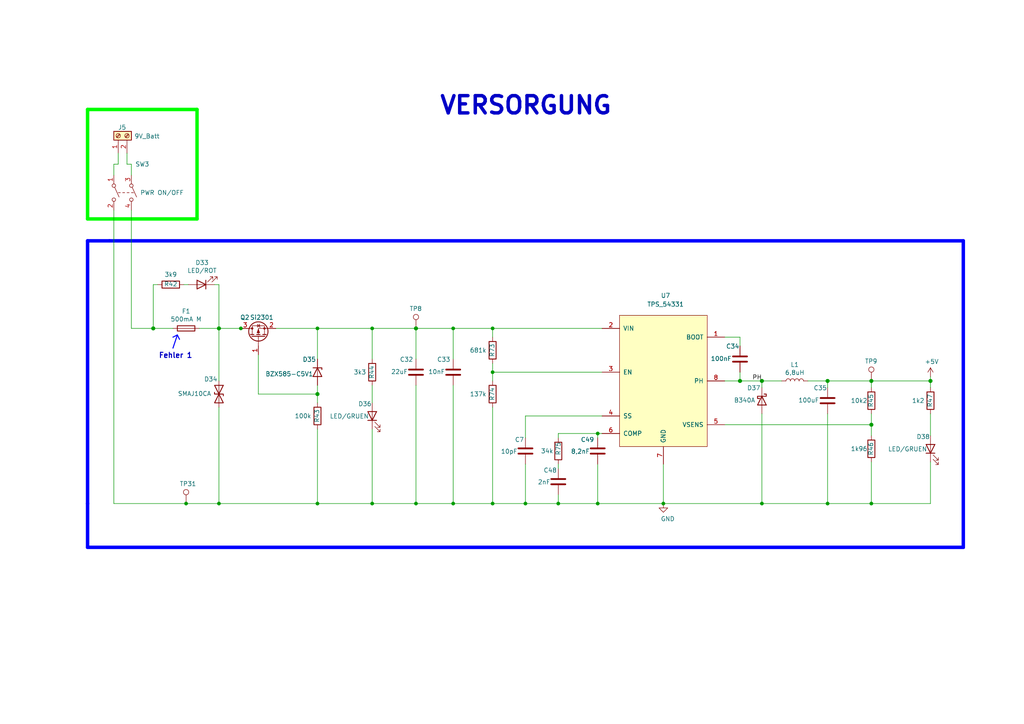
<source format=kicad_sch>
(kicad_sch (version 20210126) (generator eeschema)
  (paper "A4")
  (title_block (title "Kabeltester") (company "BMK Group") (comment 1 "Erstellt: Maximilian Hoffmann") (comment 2 "Geprüft: Robert Schulz"))
  (lib_symbols
    (symbol "Connector:TestPoint" (pin_numbers hide) (pin_names (offset 0.762) hide)
      (property "Reference" "TP" (at 0 6.858 0))
      (property "Value" "TestPoint" (at 0 5.08 0))
      (symbol "TestPoint_0_1"
        (circle (center 0 3.302) (radius 0.762))
      )
      (symbol "TestPoint_1_1"
        (pin passive line (at 0 0 90) (length 2.54) (name "1") (number "1"))
      )
    )
    (symbol "Connector_-_Kopie:Screw_Terminal_01x02" (pin_names (offset 1.016) hide)
      (property "Reference" "J" (at 0 2.54 0))
      (property "Value" "Screw_Terminal_01x02" (at 0 -5.08 0))
      (symbol "Screw_Terminal_01x02_1_1"
        (circle (center 0 -2.54) (radius 0.635) (stroke (width 0.1524)))
        (circle (center 0 0) (radius 0.635) (stroke (width 0.1524)))
        (rectangle (start -1.27 1.27) (end 1.27 -3.81) (stroke (width 0.254)) (fill (type background)))
        (polyline (pts (xy -0.5334 -2.2098) (xy 0.3302 -3.048)) (stroke (width 0.1524)))
        (polyline (pts (xy -0.5334 0.3302) (xy 0.3302 -0.508)) (stroke (width 0.1524)))
        (polyline (pts (xy -0.3556 -2.032) (xy 0.508 -2.8702)) (stroke (width 0.1524)))
        (polyline (pts (xy -0.3556 0.508) (xy 0.508 -0.3302)) (stroke (width 0.1524)))
        (pin passive line (at -5.08 0 0) (length 3.81) (name "Pin_1") (number "1"))
        (pin passive line (at -5.08 -2.54 0) (length 3.81) (name "Pin_2") (number "2"))
      )
    )
    (symbol "Device:C" (pin_numbers hide) (pin_names (offset 0.254))
      (property "Reference" "C" (at 0.635 2.54 0))
      (property "Value" "C" (at 0.635 -2.54 0))
      (symbol "C_0_1"
        (polyline (pts (xy -2.032 -0.762) (xy 2.032 -0.762)) (stroke (width 0.508)))
        (polyline (pts (xy -2.032 0.762) (xy 2.032 0.762)) (stroke (width 0.508)))
      )
      (symbol "C_1_1"
        (pin passive line (at 0 3.81 270) (length 2.794) (name "~") (number "1"))
        (pin passive line (at 0 -3.81 90) (length 2.794) (name "~") (number "2"))
      )
    )
    (symbol "Device:C_1" (pin_numbers hide) (pin_names (offset 0.254))
      (property "Reference" "C" (at 0.635 2.54 0))
      (property "Value" "C" (at 0.635 -2.54 0))
      (symbol "C_1_0_1"
        (polyline (pts (xy -2.032 -0.762) (xy 2.032 -0.762)) (stroke (width 0.508)))
        (polyline (pts (xy -2.032 0.762) (xy 2.032 0.762)) (stroke (width 0.508)))
      )
      (symbol "C_1_1_1"
        (pin passive line (at 0 3.81 270) (length 2.794) (name "~") (number "1"))
        (pin passive line (at 0 -3.81 90) (length 2.794) (name "~") (number "2"))
      )
    )
    (symbol "Device:C_2" (pin_numbers hide) (pin_names (offset 0.254))
      (property "Reference" "C" (at 0.635 2.54 0))
      (property "Value" "C" (at 0.635 -2.54 0))
      (symbol "C_2_0_1"
        (polyline (pts (xy -2.032 -0.762) (xy 2.032 -0.762)) (stroke (width 0.508)))
        (polyline (pts (xy -2.032 0.762) (xy 2.032 0.762)) (stroke (width 0.508)))
      )
      (symbol "C_2_1_1"
        (pin passive line (at 0 3.81 270) (length 2.794) (name "~") (number "1"))
        (pin passive line (at 0 -3.81 90) (length 2.794) (name "~") (number "2"))
      )
    )
    (symbol "Device:C_3" (pin_numbers hide) (pin_names (offset 0.254))
      (property "Reference" "C" (at 0.635 2.54 0))
      (property "Value" "C" (at 0.635 -2.54 0))
      (symbol "C_3_0_1"
        (polyline (pts (xy -2.032 -0.762) (xy 2.032 -0.762)) (stroke (width 0.508)))
        (polyline (pts (xy -2.032 0.762) (xy 2.032 0.762)) (stroke (width 0.508)))
      )
      (symbol "C_3_1_1"
        (pin passive line (at 0 3.81 270) (length 2.794) (name "~") (number "1"))
        (pin passive line (at 0 -3.81 90) (length 2.794) (name "~") (number "2"))
      )
    )
    (symbol "Device:C_4" (pin_numbers hide) (pin_names (offset 0.254))
      (property "Reference" "C" (at 0.635 2.54 0))
      (property "Value" "C" (at 0.635 -2.54 0))
      (symbol "C_4_0_1"
        (polyline (pts (xy -2.032 -0.762) (xy 2.032 -0.762)) (stroke (width 0.508)))
        (polyline (pts (xy -2.032 0.762) (xy 2.032 0.762)) (stroke (width 0.508)))
      )
      (symbol "C_4_1_1"
        (pin passive line (at 0 3.81 270) (length 2.794) (name "~") (number "1"))
        (pin passive line (at 0 -3.81 90) (length 2.794) (name "~") (number "2"))
      )
    )
    (symbol "Device:C_5" (pin_numbers hide) (pin_names (offset 0.254))
      (property "Reference" "C" (at 0.635 2.54 0))
      (property "Value" "C" (at 0.635 -2.54 0))
      (symbol "C_5_0_1"
        (polyline (pts (xy -2.032 -0.762) (xy 2.032 -0.762)) (stroke (width 0.508)))
        (polyline (pts (xy -2.032 0.762) (xy 2.032 0.762)) (stroke (width 0.508)))
      )
      (symbol "C_5_1_1"
        (pin passive line (at 0 3.81 270) (length 2.794) (name "~") (number "1"))
        (pin passive line (at 0 -3.81 90) (length 2.794) (name "~") (number "2"))
      )
    )
    (symbol "Device:C_6" (pin_numbers hide) (pin_names (offset 0.254))
      (property "Reference" "C" (at 0.635 2.54 0))
      (property "Value" "C" (at 0.635 -2.54 0))
      (symbol "C_6_0_1"
        (polyline (pts (xy -2.032 -0.762) (xy 2.032 -0.762)) (stroke (width 0.508)))
        (polyline (pts (xy -2.032 0.762) (xy 2.032 0.762)) (stroke (width 0.508)))
      )
      (symbol "C_6_1_1"
        (pin passive line (at 0 3.81 270) (length 2.794) (name "~") (number "1"))
        (pin passive line (at 0 -3.81 90) (length 2.794) (name "~") (number "2"))
      )
    )
    (symbol "Device:D_Schottky" (pin_numbers hide) (pin_names (offset 1.016) hide)
      (property "Reference" "D" (at 0 2.54 0))
      (property "Value" "D_Schottky" (at 0 -2.54 0))
      (symbol "D_Schottky_0_1"
        (polyline (pts (xy 1.27 0) (xy -1.27 0)))
        (polyline (pts (xy 1.27 1.27) (xy 1.27 -1.27) (xy -1.27 0) (xy 1.27 1.27)) (stroke (width 0.254)))
        (polyline (pts (xy -1.905 0.635) (xy -1.905 1.27) (xy -1.27 1.27) (xy -1.27 -1.27) (xy -0.635 -1.27) (xy -0.635 -0.635)) (stroke (width 0.254)))
      )
      (symbol "D_Schottky_1_1"
        (pin passive line (at -3.81 0 0) (length 2.54) (name "K") (number "1"))
        (pin passive line (at 3.81 0 180) (length 2.54) (name "A") (number "2"))
      )
    )
    (symbol "Device:D_TVS" (pin_numbers hide) (pin_names (offset 1.016) hide)
      (property "Reference" "D" (at 0 2.54 0))
      (property "Value" "D_TVS" (at 0 -2.54 0))
      (symbol "D_TVS_0_1"
        (polyline (pts (xy 1.27 0) (xy -1.27 0)))
        (polyline (pts (xy 0.508 1.27) (xy 0 1.27) (xy 0 -1.27) (xy -0.508 -1.27)) (stroke (width 0.254)))
        (polyline (pts (xy -2.54 1.27) (xy -2.54 -1.27) (xy 2.54 1.27) (xy 2.54 -1.27) (xy -2.54 1.27)) (stroke (width 0.254)))
      )
      (symbol "D_TVS_1_1"
        (pin passive line (at -3.81 0 0) (length 2.54) (name "A1") (number "1"))
        (pin passive line (at 3.81 0 180) (length 2.54) (name "A2") (number "2"))
      )
    )
    (symbol "Device:Fuse" (pin_numbers hide) (pin_names (offset 0))
      (property "Reference" "F" (at 2.032 0 90))
      (property "Value" "Fuse" (at -1.905 0 90))
      (symbol "Fuse_0_1"
        (rectangle (start -0.762 -2.54) (end 0.762 2.54) (stroke (width 0.254)))
        (polyline (pts (xy 0 2.54) (xy 0 -2.54)))
      )
      (symbol "Fuse_1_1"
        (pin passive line (at 0 3.81 270) (length 1.27) (name "~") (number "1"))
        (pin passive line (at 0 -3.81 90) (length 1.27) (name "~") (number "2"))
      )
    )
    (symbol "Device:L" (pin_numbers hide) (pin_names (offset 1.016) hide)
      (property "Reference" "L" (at -1.27 0 90))
      (property "Value" "L" (at 1.905 0 90))
      (symbol "L_0_1"
        (arc (start 0 -2.54) (end 0 -1.27) (radius (at 0 -1.905) (length 0.635) (angles -89.9 89.9)))
        (arc (start 0 -1.27) (end 0 0) (radius (at 0 -0.635) (length 0.635) (angles -89.9 89.9)))
        (arc (start 0 0) (end 0 1.27) (radius (at 0 0.635) (length 0.635) (angles -89.9 89.9)))
        (arc (start 0 1.27) (end 0 2.54) (radius (at 0 1.905) (length 0.635) (angles -89.9 89.9)))
      )
      (symbol "L_1_1"
        (pin passive line (at 0 3.81 270) (length 1.27) (name "1") (number "1"))
        (pin passive line (at 0 -3.81 90) (length 1.27) (name "2") (number "2"))
      )
    )
    (symbol "Device:LED" (pin_numbers hide) (pin_names (offset 1.016) hide)
      (property "Reference" "D" (at 0 2.54 0))
      (property "Value" "LED" (at 0 -2.54 0))
      (symbol "LED_0_1"
        (polyline (pts (xy -1.27 -1.27) (xy -1.27 1.27)) (stroke (width 0.254)))
        (polyline (pts (xy -1.27 0) (xy 1.27 0)))
        (polyline (pts (xy 1.27 -1.27) (xy 1.27 1.27) (xy -1.27 0) (xy 1.27 -1.27)) (stroke (width 0.254)))
        (polyline (pts (xy -3.048 -0.762) (xy -4.572 -2.286) (xy -3.81 -2.286) (xy -4.572 -2.286) (xy -4.572 -1.524)))
        (polyline (pts (xy -1.778 -0.762) (xy -3.302 -2.286) (xy -2.54 -2.286) (xy -3.302 -2.286) (xy -3.302 -1.524)))
      )
      (symbol "LED_1_1"
        (pin passive line (at -3.81 0 0) (length 2.54) (name "K") (number "1"))
        (pin passive line (at 3.81 0 180) (length 2.54) (name "A") (number "2"))
      )
    )
    (symbol "Device:R" (pin_numbers hide) (pin_names (offset 0))
      (property "Reference" "R" (at 2.032 0 90))
      (property "Value" "R" (at 0 0 90))
      (symbol "R_0_1"
        (rectangle (start -1.016 -2.54) (end 1.016 2.54) (stroke (width 0.254)))
      )
      (symbol "R_1_1"
        (pin passive line (at 0 3.81 270) (length 1.27) (name "~") (number "1"))
        (pin passive line (at 0 -3.81 90) (length 1.27) (name "~") (number "2"))
      )
    )
    (symbol "Device:R_1" (pin_numbers hide) (pin_names (offset 0))
      (property "Reference" "R" (at 2.032 0 90))
      (property "Value" "R" (at 0 0 90))
      (symbol "R_1_0_1"
        (rectangle (start -1.016 -2.54) (end 1.016 2.54) (stroke (width 0.254)))
      )
      (symbol "R_1_1_1"
        (pin passive line (at 0 3.81 270) (length 1.27) (name "~") (number "1"))
        (pin passive line (at 0 -3.81 90) (length 1.27) (name "~") (number "2"))
      )
    )
    (symbol "Device:R_2" (pin_numbers hide) (pin_names (offset 0))
      (property "Reference" "R" (at 2.032 0 90))
      (property "Value" "R" (at 0 0 90))
      (symbol "R_2_0_1"
        (rectangle (start -1.016 -2.54) (end 1.016 2.54) (stroke (width 0.254)))
      )
      (symbol "R_2_1_1"
        (pin passive line (at 0 3.81 270) (length 1.27) (name "~") (number "1"))
        (pin passive line (at 0 -3.81 90) (length 1.27) (name "~") (number "2"))
      )
    )
    (symbol "Device:R_3" (pin_numbers hide) (pin_names (offset 0))
      (property "Reference" "R" (at 2.032 0 90))
      (property "Value" "R" (at 0 0 90))
      (symbol "R_3_0_1"
        (rectangle (start -1.016 -2.54) (end 1.016 2.54) (stroke (width 0.254)))
      )
      (symbol "R_3_1_1"
        (pin passive line (at 0 3.81 270) (length 1.27) (name "~") (number "1"))
        (pin passive line (at 0 -3.81 90) (length 1.27) (name "~") (number "2"))
      )
    )
    (symbol "Device:R_4" (pin_numbers hide) (pin_names (offset 0))
      (property "Reference" "R" (at 2.032 0 90))
      (property "Value" "R" (at 0 0 90))
      (symbol "R_4_0_1"
        (rectangle (start -1.016 -2.54) (end 1.016 2.54) (stroke (width 0.254)))
      )
      (symbol "R_4_1_1"
        (pin passive line (at 0 3.81 270) (length 1.27) (name "~") (number "1"))
        (pin passive line (at 0 -3.81 90) (length 1.27) (name "~") (number "2"))
      )
    )
    (symbol "Device:R_5" (pin_numbers hide) (pin_names (offset 0))
      (property "Reference" "R" (at 2.032 0 90))
      (property "Value" "R" (at 0 0 90))
      (symbol "R_5_0_1"
        (rectangle (start -1.016 -2.54) (end 1.016 2.54) (stroke (width 0.254)))
      )
      (symbol "R_5_1_1"
        (pin passive line (at 0 3.81 270) (length 1.27) (name "~") (number "1"))
        (pin passive line (at 0 -3.81 90) (length 1.27) (name "~") (number "2"))
      )
    )
    (symbol "Device:R_6" (pin_numbers hide) (pin_names (offset 0))
      (property "Reference" "R" (at 2.032 0 90))
      (property "Value" "R" (at 0 0 90))
      (symbol "R_6_0_1"
        (rectangle (start -1.016 -2.54) (end 1.016 2.54) (stroke (width 0.254)))
      )
      (symbol "R_6_1_1"
        (pin passive line (at 0 3.81 270) (length 1.27) (name "~") (number "1"))
        (pin passive line (at 0 -3.81 90) (length 1.27) (name "~") (number "2"))
      )
    )
    (symbol "Device:R_7" (pin_numbers hide) (pin_names (offset 0))
      (property "Reference" "R" (at 2.032 0 90))
      (property "Value" "R" (at 0 0 90))
      (symbol "R_7_0_1"
        (rectangle (start -1.016 -2.54) (end 1.016 2.54) (stroke (width 0.254)))
      )
      (symbol "R_7_1_1"
        (pin passive line (at 0 3.81 270) (length 1.27) (name "~") (number "1"))
        (pin passive line (at 0 -3.81 90) (length 1.27) (name "~") (number "2"))
      )
    )
    (symbol "Device:R_8" (pin_numbers hide) (pin_names (offset 0))
      (property "Reference" "R" (at 2.032 0 90))
      (property "Value" "R" (at 0 0 90))
      (symbol "R_8_0_1"
        (rectangle (start -1.016 -2.54) (end 1.016 2.54) (stroke (width 0.254)))
      )
      (symbol "R_8_1_1"
        (pin passive line (at 0 3.81 270) (length 1.27) (name "~") (number "1"))
        (pin passive line (at 0 -3.81 90) (length 1.27) (name "~") (number "2"))
      )
    )
    (symbol "Diode:ZPDxx" (pin_numbers hide) (pin_names (offset 1.016) hide)
      (property "Reference" "D" (at 0 2.54 0))
      (property "Value" "ZPDxx" (at 0 -2.54 0))
      (symbol "ZPDxx_0_1"
        (polyline (pts (xy 1.27 0) (xy -1.27 0)))
        (polyline (pts (xy -1.27 -1.27) (xy -1.27 1.27) (xy -0.762 1.27)) (stroke (width 0.254)))
        (polyline (pts (xy 1.27 -1.27) (xy 1.27 1.27) (xy -1.27 0) (xy 1.27 -1.27)) (stroke (width 0.254)))
      )
      (symbol "ZPDxx_1_1"
        (pin passive line (at -3.81 0 0) (length 2.54) (name "K") (number "1"))
        (pin passive line (at 3.81 0 180) (length 2.54) (name "A") (number "2"))
      )
    )
    (symbol "Kabeltester:TPS_54331" (pin_names (offset 1.016))
      (property "Reference" "U" (at 0 24.13 0))
      (property "Value" "TPS_54331" (at 0 20.955 0))
      (symbol "TPS_54331_0_1"
        (rectangle (start -12.7 19.05) (end 12.7 -19.05) (fill (type background)))
      )
      (symbol "TPS_54331_1_1"
        (pin bidirectional line (at 17.78 12.7 180) (length 5.08) (name "BOOT") (number "1"))
        (pin bidirectional line (at -17.78 15.24 0) (length 5.08) (name "VIN") (number "2"))
        (pin bidirectional line (at -17.78 2.54 0) (length 5.08) (name "EN") (number "3"))
        (pin bidirectional line (at -17.78 -10.16 0) (length 5.08) (name "SS") (number "4"))
        (pin bidirectional line (at 17.78 -12.7 180) (length 5.08) (name "VSENS") (number "5"))
        (pin bidirectional line (at -17.78 -15.24 0) (length 5.08) (name "COMP") (number "6"))
        (pin bidirectional line (at 0 -24.13 90) (length 5.08) (name "GND") (number "7"))
        (pin bidirectional line (at 17.78 0 180) (length 5.08) (name "PH") (number "8"))
      )
    )
    (symbol "Switch:SW_DPST" (pin_names (offset 0) hide)
      (property "Reference" "SW" (at 0 5.08 0))
      (property "Value" "SW_DPST" (at 0 -5.08 0))
      (symbol "SW_DPST_0_0"
        (circle (center -2.032 -2.54) (radius 0.508))
        (circle (center -2.032 2.54) (radius 0.508))
        (circle (center 2.032 -2.54) (radius 0.508))
        (circle (center 2.032 2.54) (radius 0.508))
        (polyline (pts (xy -1.524 -2.286) (xy 1.27 -1.016)))
        (polyline (pts (xy -1.524 2.794) (xy 1.27 4.064)))
        (polyline (pts (xy 0 -1.27) (xy 0 -0.635)))
        (polyline (pts (xy 0 0) (xy 0 0.635)))
        (polyline (pts (xy 0 1.27) (xy 0 1.905)))
        (polyline (pts (xy 0 2.54) (xy 0 3.175)))
      )
      (symbol "SW_DPST_1_1"
        (pin passive line (at -5.08 -2.54 0) (length 2.54) (name "1") (number "1"))
        (pin passive line (at 5.08 -2.54 180) (length 2.54) (name "2") (number "2"))
        (pin passive line (at -5.08 2.54 0) (length 2.54) (name "3") (number "3"))
        (pin passive line (at 5.08 2.54 180) (length 2.54) (name "4") (number "4"))
      )
    )
    (symbol "Transistor_FET:Si2371EDS" (pin_names hide)
      (property "Reference" "Q" (at 5.08 1.905 0))
      (property "Value" "Si2371EDS" (at 5.08 0 0))
      (symbol "Si2371EDS_0_1"
        (circle (center 1.651 0) (radius 2.794) (stroke (width 0.254)))
        (circle (center 2.54 -1.778) (radius 0.254) (fill (type outline)))
        (circle (center 2.54 1.778) (radius 0.254) (fill (type outline)))
        (polyline (pts (xy 0.254 0) (xy -2.54 0)))
        (polyline (pts (xy 0.254 1.905) (xy 0.254 -1.905)) (stroke (width 0.254)))
        (polyline (pts (xy 0.762 -1.27) (xy 0.762 -2.286)) (stroke (width 0.254)))
        (polyline (pts (xy 0.762 0.508) (xy 0.762 -0.508)) (stroke (width 0.254)))
        (polyline (pts (xy 0.762 2.286) (xy 0.762 1.27)) (stroke (width 0.254)))
        (polyline (pts (xy 2.54 2.54) (xy 2.54 1.778)))
        (polyline (pts (xy 2.54 -2.54) (xy 2.54 0) (xy 0.762 0)))
        (polyline (pts (xy 0.762 1.778) (xy 3.302 1.778) (xy 3.302 -1.778) (xy 0.762 -1.778)))
        (polyline (pts (xy 2.286 0) (xy 1.27 0.381) (xy 1.27 -0.381) (xy 2.286 0)) (fill (type outline)))
        (polyline (pts (xy 2.794 -0.508) (xy 2.921 -0.381) (xy 3.683 -0.381) (xy 3.81 -0.254)))
        (polyline (pts (xy 3.302 -0.381) (xy 2.921 0.254) (xy 3.683 0.254) (xy 3.302 -0.381)))
      )
      (symbol "Si2371EDS_1_1"
        (pin input line (at -5.08 0 0) (length 2.54) (name "G") (number "1"))
        (pin passive line (at 2.54 -5.08 90) (length 2.54) (name "S") (number "2"))
        (pin passive line (at 2.54 5.08 270) (length 2.54) (name "D") (number "3"))
      )
    )
    (symbol "power:+5V" (power) (pin_names (offset 0))
      (property "Value" "+5V" (at 0 3.556 0))
      (symbol "+5V_0_1"
        (polyline (pts (xy -0.762 1.27) (xy 0 2.54)))
        (polyline (pts (xy 0 0) (xy 0 2.54)))
        (polyline (pts (xy 0 2.54) (xy 0.762 1.27)))
      )
      (symbol "+5V_1_1"
        (pin power_in line (at 0 0 90) (length 0) hide (name "+5V") (number "1"))
      )
    )
    (symbol "power:GND" (power) (pin_names (offset 0))
      (property "Value" "GND" (at 0 -3.81 0))
      (symbol "GND_0_1"
        (polyline (pts (xy 0 0) (xy 0 -1.27) (xy 1.27 -1.27) (xy 0 -2.54) (xy -1.27 -1.27) (xy 0 -1.27)))
      )
      (symbol "GND_1_1"
        (pin power_in line (at 0 0 270) (length 0) hide (name "GND") (number "1"))
      )
    )
  )
  (junction (at 44.45 95.25) (diameter 1.016))
  (junction (at 53.975 146.05) (diameter 0.9144))
  (junction (at 63.5 95.25) (diameter 1.016))
  (junction (at 63.5 146.05) (diameter 0.9144))
  (junction (at 69.85 95.25) (diameter 0.9144))
  (junction (at 92.075 95.25) (diameter 0.9144))
  (junction (at 92.075 114.3) (diameter 1.016))
  (junction (at 92.075 146.05) (diameter 0.9144))
  (junction (at 107.95 95.25) (diameter 0.9144))
  (junction (at 107.95 146.05) (diameter 0.9144))
  (junction (at 120.65 95.25) (diameter 1.016))
  (junction (at 120.65 146.05) (diameter 0.9144))
  (junction (at 131.445 95.25) (diameter 0.9144))
  (junction (at 131.445 146.05) (diameter 0.9144))
  (junction (at 142.875 95.25) (diameter 0.9144))
  (junction (at 142.875 107.95) (diameter 0.9144))
  (junction (at 142.875 146.05) (diameter 0.9144))
  (junction (at 152.4 146.05) (diameter 0.9144))
  (junction (at 161.925 146.05) (diameter 0.9144))
  (junction (at 173.355 125.73) (diameter 0.9144))
  (junction (at 173.355 146.05) (diameter 0.9144))
  (junction (at 192.405 146.05) (diameter 0.9144))
  (junction (at 214.63 110.49) (diameter 1.016))
  (junction (at 220.98 110.49) (diameter 1.016))
  (junction (at 220.98 146.05) (diameter 0.9144))
  (junction (at 240.03 110.49) (diameter 1.016))
  (junction (at 240.03 146.05) (diameter 0.9144))
  (junction (at 252.73 110.49) (diameter 1.016))
  (junction (at 252.73 123.19) (diameter 1.016))
  (junction (at 252.73 146.05) (diameter 0.9144))
  (junction (at 269.875 110.49) (diameter 1.016))
  (wire (pts (xy 33.02 47.625) (xy 33.02 50.8)))
  (wire (pts (xy 33.02 60.96) (xy 33.02 146.05)))
  (wire (pts (xy 33.02 146.05) (xy 53.975 146.05)))
  (wire (pts (xy 34.29 44.45) (xy 34.29 47.625)))
  (wire (pts (xy 34.29 47.625) (xy 33.02 47.625)))
  (wire (pts (xy 36.83 44.45) (xy 36.83 47.625)))
  (wire (pts (xy 36.83 47.625) (xy 38.1 47.625)))
  (wire (pts (xy 38.1 47.625) (xy 38.1 50.8)))
  (wire (pts (xy 38.1 60.96) (xy 38.1 95.25)))
  (wire (pts (xy 38.1 95.25) (xy 44.45 95.25)))
  (wire (pts (xy 44.45 82.55) (xy 44.45 95.25)))
  (wire (pts (xy 44.45 95.25) (xy 50.165 95.25)))
  (wire (pts (xy 45.72 82.55) (xy 44.45 82.55)))
  (wire (pts (xy 53.34 82.55) (xy 54.61 82.55)))
  (wire (pts (xy 53.975 146.05) (xy 63.5 146.05)))
  (wire (pts (xy 57.785 95.25) (xy 63.5 95.25)))
  (wire (pts (xy 62.23 82.55) (xy 63.5 82.55)))
  (wire (pts (xy 63.5 82.55) (xy 63.5 95.25)))
  (wire (pts (xy 63.5 95.25) (xy 63.5 110.49)))
  (wire (pts (xy 63.5 95.25) (xy 69.85 95.25)))
  (wire (pts (xy 63.5 118.11) (xy 63.5 146.05)))
  (wire (pts (xy 63.5 146.05) (xy 92.075 146.05)))
  (wire (pts (xy 69.85 95.25) (xy 70.485 95.25)))
  (wire (pts (xy 74.93 102.87) (xy 74.93 114.3)))
  (wire (pts (xy 74.93 114.3) (xy 92.075 114.3)))
  (wire (pts (xy 80.01 95.25) (xy 92.075 95.25)))
  (wire (pts (xy 92.075 95.25) (xy 107.95 95.25)))
  (wire (pts (xy 92.075 104.14) (xy 92.075 95.25)))
  (wire (pts (xy 92.075 111.76) (xy 92.075 114.3)))
  (wire (pts (xy 92.075 114.3) (xy 92.075 116.84)))
  (wire (pts (xy 92.075 124.46) (xy 92.075 146.05)))
  (wire (pts (xy 92.075 146.05) (xy 107.95 146.05)))
  (wire (pts (xy 107.95 95.25) (xy 120.65 95.25)))
  (wire (pts (xy 107.95 104.14) (xy 107.95 95.25)))
  (wire (pts (xy 107.95 111.76) (xy 107.95 116.84)))
  (wire (pts (xy 107.95 124.46) (xy 107.95 146.05)))
  (wire (pts (xy 107.95 146.05) (xy 120.65 146.05)))
  (wire (pts (xy 120.65 95.25) (xy 131.445 95.25)))
  (wire (pts (xy 120.65 104.14) (xy 120.65 95.25)))
  (wire (pts (xy 120.65 111.76) (xy 120.65 146.05)))
  (wire (pts (xy 120.65 146.05) (xy 131.445 146.05)))
  (wire (pts (xy 131.445 95.25) (xy 142.875 95.25)))
  (wire (pts (xy 131.445 104.14) (xy 131.445 95.25)))
  (wire (pts (xy 131.445 111.76) (xy 131.445 146.05)))
  (wire (pts (xy 131.445 146.05) (xy 142.875 146.05)))
  (wire (pts (xy 142.875 95.25) (xy 142.875 97.79)))
  (wire (pts (xy 142.875 95.25) (xy 174.625 95.25)))
  (wire (pts (xy 142.875 105.41) (xy 142.875 107.95)))
  (wire (pts (xy 142.875 107.95) (xy 142.875 110.49)))
  (wire (pts (xy 142.875 107.95) (xy 174.625 107.95)))
  (wire (pts (xy 142.875 118.11) (xy 142.875 146.05)))
  (wire (pts (xy 142.875 146.05) (xy 152.4 146.05)))
  (wire (pts (xy 152.4 120.65) (xy 152.4 127)))
  (wire (pts (xy 152.4 120.65) (xy 174.625 120.65)))
  (wire (pts (xy 152.4 134.62) (xy 152.4 146.05)))
  (wire (pts (xy 152.4 146.05) (xy 161.925 146.05)))
  (wire (pts (xy 161.925 125.73) (xy 161.925 127)))
  (wire (pts (xy 161.925 125.73) (xy 173.355 125.73)))
  (wire (pts (xy 161.925 134.62) (xy 161.925 135.89)))
  (wire (pts (xy 161.925 143.51) (xy 161.925 146.05)))
  (wire (pts (xy 161.925 146.05) (xy 173.355 146.05)))
  (wire (pts (xy 173.355 125.73) (xy 173.355 127)))
  (wire (pts (xy 173.355 125.73) (xy 174.625 125.73)))
  (wire (pts (xy 173.355 134.62) (xy 173.355 146.05)))
  (wire (pts (xy 173.355 146.05) (xy 192.405 146.05)))
  (wire (pts (xy 192.405 134.62) (xy 192.405 146.05)))
  (wire (pts (xy 210.185 97.79) (xy 214.63 97.79)))
  (wire (pts (xy 210.185 110.49) (xy 214.63 110.49)))
  (wire (pts (xy 210.185 123.19) (xy 252.73 123.19)))
  (wire (pts (xy 214.63 97.79) (xy 214.63 100.33)))
  (wire (pts (xy 214.63 110.49) (xy 214.63 107.95)))
  (wire (pts (xy 220.98 110.49) (xy 214.63 110.49)))
  (wire (pts (xy 220.98 110.49) (xy 226.695 110.49)))
  (wire (pts (xy 220.98 112.395) (xy 220.98 110.49)))
  (wire (pts (xy 220.98 120.015) (xy 220.98 146.05)))
  (wire (pts (xy 220.98 146.05) (xy 192.405 146.05)))
  (wire (pts (xy 220.98 146.05) (xy 240.03 146.05)))
  (wire (pts (xy 234.315 110.49) (xy 240.03 110.49)))
  (wire (pts (xy 240.03 110.49) (xy 240.03 112.395)))
  (wire (pts (xy 240.03 120.015) (xy 240.03 146.05)))
  (wire (pts (xy 240.03 146.05) (xy 252.73 146.05)))
  (wire (pts (xy 252.73 110.49) (xy 240.03 110.49)))
  (wire (pts (xy 252.73 110.49) (xy 269.875 110.49)))
  (wire (pts (xy 252.73 112.395) (xy 252.73 110.49)))
  (wire (pts (xy 252.73 120.015) (xy 252.73 123.19)))
  (wire (pts (xy 252.73 123.19) (xy 252.73 126.365)))
  (wire (pts (xy 252.73 133.985) (xy 252.73 146.05)))
  (wire (pts (xy 252.73 146.05) (xy 269.875 146.05)))
  (wire (pts (xy 269.875 109.22) (xy 269.875 110.49)))
  (wire (pts (xy 269.875 112.395) (xy 269.875 110.49)))
  (wire (pts (xy 269.875 120.015) (xy 269.875 126.365)))
  (wire (pts (xy 269.875 133.985) (xy 269.875 146.05)))
  (polyline (pts (xy 25.4 31.75) (xy 25.4 63.5)) (stroke (width 1) (type solid) (color 0 255 0 1)))
  (polyline (pts (xy 25.4 63.5) (xy 57.15 63.5)) (stroke (width 1) (type solid) (color 0 255 0 1)))
  (polyline (pts (xy 25.4 69.85) (xy 25.4 146.05)) (stroke (width 1) (type solid) (color 0 0 255 1)))
  (polyline (pts (xy 25.4 146.05) (xy 25.4 158.75)) (stroke (width 1) (type solid) (color 0 0 255 1)))
  (polyline (pts (xy 25.4 158.75) (xy 279.4 158.75)) (stroke (width 1) (type solid) (color 0 0 255 1)))
  (polyline (pts (xy 31.75 69.85) (xy 25.4 69.85)) (stroke (width 1) (type solid) (color 0 0 255 1)))
  (polyline (pts (xy 31.75 69.85) (xy 279.4 69.85)) (stroke (width 1) (type solid) (color 0 0 255 1)))
  (polyline (pts (xy 50.165 97.79) (xy 51.435 97.155)) (stroke (width 0.3) (type solid) (color 0 0 255 1)))
  (polyline (pts (xy 51.435 97.155) (xy 50.165 100.965)) (stroke (width 0.3) (type solid) (color 0 0 255 1)))
  (polyline (pts (xy 51.435 97.155) (xy 52.07 98.425)) (stroke (width 0.3) (type solid) (color 0 0 255 1)))
  (polyline (pts (xy 57.15 31.75) (xy 25.4 31.75)) (stroke (width 1) (type solid) (color 0 255 0 1)))
  (polyline (pts (xy 57.15 63.5) (xy 57.15 31.75)) (stroke (width 1) (type solid) (color 0 255 0 1)))
  (polyline (pts (xy 279.4 158.75) (xy 279.4 69.85)) (stroke (width 1) (type solid) (color 0 0 255 1)))
  (text "Fehler 1" (at 55.88 104.14 180) (effects (font (size 1.5 1.5) (thickness 0.3) bold) (justify right bottom)))
  (text "VERSORGUNG\n" (at 177.8 33.655 180) (effects (font (size 5 5) (thickness 1) bold) (justify right bottom)))
  (label "PH" (at 220.98 110.49 180))
  (symbol (lib_id "Connector:TestPoint") (at 53.975 146.05 0) (unit 1)
    (property "Reference" "TP31" (at 52.07 140.335 0) (effects (justify left)))
    (property "Value" "TestPoint" (effects hide))
    (property "Footprint" "TestPoint:TestPoint_Pad_D1.0mm" (effects hide))
    (property "BMK-Nr" "-" (effects hide))
    (property "Mouser" "-" (effects hide))
  )
  (symbol (lib_id "Connector:TestPoint") (at 120.65 95.25 0) (unit 1)
    (property "Reference" "TP8" (at 118.745 89.535 0) (effects (justify left)))
    (property "Value" "TestPoint" (effects hide))
    (property "Footprint" "TestPoint:TestPoint_Pad_D1.0mm" (effects hide))
    (property "BMK-Nr" "-" (effects hide))
    (property "Mouser" "-" (effects hide))
  )
  (symbol (lib_id "Connector:TestPoint") (at 252.73 110.49 0) (unit 1)
    (property "Reference" "TP9" (at 250.825 104.775 0) (effects (justify left)))
    (property "Value" "TestPoint" (effects hide))
    (property "Footprint" "TestPoint:TestPoint_Pad_D1.0mm" (effects hide))
    (property "BMK-Nr" "-" (effects hide))
    (property "Mouser" "-" (effects hide))
  )
  (symbol (lib_id "power:+5V") (at 269.875 109.22 0) (unit 1)
    (property "Reference" "#PWR0111" (effects hide))
    (property "Value" "+5V" (at 270.2433 104.8956 0))
  )
  (symbol (lib_id "Device:L") (at 230.505 110.49 90) (unit 1)
    (property "Reference" "L1" (at 230.505 105.7718 90))
    (property "Value" "6,8uH" (at 230.505 108.071 90))
    (property "Footprint" "Inductor_SMD:L_7.3x7.3_H4.5" (effects hide))
    (property "BMK-Nr" "04-1025" (effects hide))
    (property "Mouser" "710-74477710" (effects hide))
  )
  (symbol (lib_id "power:GND") (at 192.405 146.05 0) (unit 1)
    (property "Reference" "#PWR0110" (effects hide))
    (property "Value" "GND" (at 193.675 150.495 0))
  )
  (symbol (lib_id "Device:Fuse") (at 53.975 95.25 90) (unit 1)
    (property "Reference" "F1" (at 53.975 90.2778 90))
    (property "Value" "500mA M" (at 53.975 92.577 90))
    (property "Footprint" "Fuse:Fuse_1812_4532Metric_Pad1.30x3.40mm_HandSolder" (effects hide))
  )
  (symbol (lib_name "Device:R_1") (lib_id "Device:R") (at 49.53 82.55 90) (unit 1)
    (property "Reference" "R42" (at 49.53 82.4038 90))
    (property "Value" "3k9" (at 49.53 79.623 90))
    (property "Footprint" "Resistor_SMD:R_0603_1608Metric_Pad0.98x0.95mm_HandSolder" (effects hide))
    (property "BMK-Nr" "BS" (effects hide))
    (property "Mouser" "-" (effects hide))
  )
  (symbol (lib_name "Device:R_3") (lib_id "Device:R") (at 92.075 120.65 180) (unit 1)
    (property "Reference" "R43" (at 91.9288 120.65 90))
    (property "Value" "100k" (at 87.878 120.65 0))
    (property "Footprint" "Resistor_SMD:R_0603_1608Metric_Pad0.98x0.95mm_HandSolder" (effects hide))
    (property "BMK-Nr" "BS" (effects hide))
    (property "Mouser" "-" (effects hide))
  )
  (symbol (lib_name "Device:R_7") (lib_id "Device:R") (at 107.95 107.95 180) (unit 1)
    (property "Reference" "R44" (at 107.8038 107.95 90))
    (property "Value" "3k3" (at 104.387 107.95 0))
    (property "Footprint" "Resistor_SMD:R_0603_1608Metric_Pad0.98x0.95mm_HandSolder" (effects hide))
    (property "BMK-Nr" "BS" (effects hide))
    (property "Mouser" "-" (effects hide))
  )
  (symbol (lib_name "Device:R_8") (lib_id "Device:R") (at 142.875 101.6 180) (unit 1)
    (property "Reference" "R73" (at 142.7288 101.6 90))
    (property "Value" "681k" (at 138.677 101.6 0))
    (property "Footprint" "Resistor_SMD:R_0603_1608Metric_Pad0.98x0.95mm_HandSolder" (effects hide))
    (property "BMK-Nr" "BS" (effects hide))
    (property "Mouser" "-" (effects hide))
  )
  (symbol (lib_id "Device:R") (at 142.875 114.3 180) (unit 1)
    (property "Reference" "R74" (at 142.7288 114.3 90))
    (property "Value" "137k" (at 138.677 114.3 0))
    (property "Footprint" "Resistor_SMD:R_0603_1608Metric_Pad0.98x0.95mm_HandSolder" (effects hide))
    (property "BMK-Nr" "BS" (effects hide))
    (property "Mouser" "-" (effects hide))
  )
  (symbol (lib_name "Device:R_6") (lib_id "Device:R") (at 161.925 130.81 0) (unit 1)
    (property "Reference" "R75" (at 161.925 132.08 90) (effects (justify left)))
    (property "Value" "34k" (at 156.845 130.81 0) (effects (justify left)))
    (property "Footprint" "Resistor_SMD:R_0603_1608Metric_Pad0.98x0.95mm_HandSolder" (effects hide))
  )
  (symbol (lib_name "Device:R_4") (lib_id "Device:R") (at 252.73 116.205 180) (unit 1)
    (property "Reference" "R45" (at 252.5838 116.205 90))
    (property "Value" "10k2" (at 249.168 116.205 0))
    (property "Footprint" "Resistor_SMD:R_0603_1608Metric_Pad0.98x0.95mm_HandSolder" (effects hide))
    (property "BMK-Nr" "01-3584" (effects hide))
    (property "Mouser" "-" (effects hide))
  )
  (symbol (lib_name "Device:R_2") (lib_id "Device:R") (at 252.73 130.175 180) (unit 1)
    (property "Reference" "R46" (at 252.5838 130.175 90))
    (property "Value" "1k96" (at 249.168 130.175 0))
    (property "Footprint" "Resistor_SMD:R_0603_1608Metric_Pad0.98x0.95mm_HandSolder" (effects hide))
    (property "BMK-Nr" "01-6622" (effects hide))
    (property "Mouser" "-" (effects hide))
  )
  (symbol (lib_name "Device:R_5") (lib_id "Device:R") (at 269.875 116.205 180) (unit 1)
    (property "Reference" "R47" (at 269.7288 116.205 90))
    (property "Value" "1k2" (at 266.312 116.205 0))
    (property "Footprint" "Resistor_SMD:R_0603_1608Metric_Pad0.98x0.95mm_HandSolder" (effects hide))
    (property "BMK-Nr" "BS" (effects hide))
    (property "Mouser" "-" (effects hide))
  )
  (symbol (lib_id "Device:D_TVS") (at 63.5 114.3 270) (unit 1)
    (property "Reference" "D34" (at 59.1821 109.9756 90) (effects (justify left)))
    (property "Value" "SMAJ10CA" (at 51.562 114.179 90) (effects (justify left)))
    (property "Footprint" "Diode_SMD:D_SMA_Handsoldering" (effects hide))
    (property "BMK-Nr" "08-5491-2" (effects hide))
    (property "Mouser" "652-SMAJ10CA" (effects hide))
  )
  (symbol (lib_id "Diode:ZPDxx") (at 92.075 107.95 270) (unit 1)
    (property "Reference" "D35" (at 87.7571 104.2606 90) (effects (justify left)))
    (property "Value" "BZX585-C5V1" (at 76.962 108.464 90) (effects (justify left)))
    (property "Footprint" "Diode_SMD:D_0805_2012Metric_Pad1.15x1.40mm_HandSolder" (effects hide))
    (property "Datasheet" "http://diotec.com/tl_files/diotec/files/pdf/datasheets/zpd1" (effects hide))
    (property "BMK-Nr" "38-1875" (effects hide))
    (property "Mouser" "771-BZX585-C5V1115" (effects hide))
  )
  (symbol (lib_id "Device:D_Schottky") (at 220.98 116.205 270) (unit 1)
    (property "Reference" "D37" (at 216.6621 112.5156 90) (effects (justify left)))
    (property "Value" "B340A" (at 212.852 116.084 90) (effects (justify left)))
    (property "Footprint" "Diode_SMD:D_SMA_Handsoldering" (effects hide))
    (property "BMK-Nr" "08-2283" (effects hide))
    (property "Mouser" "621-B340AE-13" (effects hide))
  )
  (symbol (lib_id "Device:LED") (at 58.42 82.55 180) (unit 1)
    (property "Reference" "D33" (at 58.6105 76.1808 0))
    (property "Value" "LED/ROT" (at 58.61 78.479 0))
    (property "Footprint" "LED_SMD:LED_0603_1608Metric_Pad1.05x0.95mm_HandSolder" (effects hide))
    (property "BMK-Nr" "08-8617" (effects hide))
    (property "Mouser" "604-APT1608LSECKJ3RV" (effects hide))
  )
  (symbol (lib_id "Device:LED") (at 107.95 120.65 90) (unit 1)
    (property "Reference" "D36" (at 103.8861 117.1511 90) (effects (justify right)))
    (property "Value" "LED/GRUEN" (at 95.631 120.72 90) (effects (justify right)))
    (property "Footprint" "LED_SMD:LED_0603_1608Metric_Pad1.05x0.95mm_HandSolder" (effects hide))
    (property "BMK-Nr" "08-8620" (effects hide))
    (property "Mouser" "604-APT1608LZGCK" (effects hide))
  )
  (symbol (lib_id "Device:LED") (at 269.875 130.175 90) (unit 1)
    (property "Reference" "D38" (at 265.8111 126.6761 90) (effects (justify right)))
    (property "Value" "LED/GRUEN" (at 257.556 130.245 90) (effects (justify right)))
    (property "Footprint" "LED_SMD:LED_0603_1608Metric_Pad1.05x0.95mm_HandSolder" (effects hide))
    (property "BMK-Nr" "08-8620" (effects hide))
    (property "Mouser" "604-APT1608LZGCK" (effects hide))
  )
  (symbol (lib_id "Connector_-_Kopie:Screw_Terminal_01x02") (at 34.29 39.37 90) (unit 1)
    (property "Reference" "J5" (at 35.4268 36.957 90))
    (property "Value" "9V_Batt" (at 42.653 39.497 90))
    (property "Footprint" "Connector_PinSocket_2.54mm:PinSocket_1x02_P2.54mm_Vertical" (effects hide))
  )
  (symbol (lib_name "Device:C_1") (lib_id "Device:C") (at 120.65 107.95 0) (unit 1)
    (property "Reference" "C32" (at 115.9511 104.2606 0) (effects (justify left)))
    (property "Value" "22uF" (at 113.411 107.829 0) (effects (justify left)))
    (property "Footprint" "Capacitor_SMD:C_1210_3225Metric_Pad1.33x2.70mm_HandSolder" (effects hide))
    (property "BMK-Nr" "02-3361" (effects hide))
  )
  (symbol (lib_name "Device:C_4") (lib_id "Device:C") (at 131.445 107.95 0) (unit 1)
    (property "Reference" "C33" (at 126.7461 104.2606 0) (effects (justify left)))
    (property "Value" "10nF" (at 124.206 107.829 0) (effects (justify left)))
    (property "Footprint" "Capacitor_SMD:C_0603_1608Metric_Pad1.08x0.95mm_HandSolder" (effects hide))
    (property "BMK-Nr" "BS" (effects hide))
  )
  (symbol (lib_name "Device:C_5") (lib_id "Device:C") (at 152.4 130.81 180) (unit 1)
    (property "Reference" "C7" (at 152.0189 127.5144 0) (effects (justify left)))
    (property "Value" "10pF" (at 150.114 130.931 0) (effects (justify left)))
    (property "Footprint" "Capacitor_SMD:C_0603_1608Metric_Pad1.08x0.95mm_HandSolder" (effects hide))
    (property "BMK-Nr" "BS" (effects hide))
  )
  (symbol (lib_name "Device:C_6") (lib_id "Device:C") (at 161.925 139.7 180) (unit 1)
    (property "Reference" "C48" (at 161.5439 136.4044 0) (effects (justify left)))
    (property "Value" "2nF" (at 159.639 139.821 0) (effects (justify left)))
    (property "Footprint" "Capacitor_SMD:C_0603_1608Metric_Pad1.08x0.95mm_HandSolder" (effects hide))
    (property "BMK-Nr" "BS" (effects hide))
  )
  (symbol (lib_name "Device:C_2") (lib_id "Device:C") (at 173.355 130.81 180) (unit 1)
    (property "Reference" "C49" (at 172.3389 127.5144 0) (effects (justify left)))
    (property "Value" "8,2nF" (at 171.069 130.931 0) (effects (justify left)))
    (property "Footprint" "Capacitor_SMD:C_0603_1608Metric_Pad1.08x0.95mm_HandSolder" (effects hide))
    (property "BMK-Nr" "BS" (effects hide))
  )
  (symbol (lib_name "Device:C_3") (lib_id "Device:C") (at 214.63 104.14 0) (unit 1)
    (property "Reference" "C34" (at 210.5661 100.4506 0) (effects (justify left)))
    (property "Value" "100nF" (at 206.121 104.019 0) (effects (justify left)))
    (property "Footprint" "Capacitor_SMD:C_0603_1608Metric_Pad1.08x0.95mm_HandSolder" (effects hide))
    (property "BMK-Nr" "BS" (effects hide))
  )
  (symbol (lib_id "Device:C") (at 240.03 116.205 0) (unit 1)
    (property "Reference" "C35" (at 235.9661 112.5156 0) (effects (justify left)))
    (property "Value" "100uF" (at 231.521 116.084 0) (effects (justify left)))
    (property "Footprint" "Capacitor_SMD:C_1210_3225Metric_Pad1.33x2.70mm_HandSolder" (effects hide))
    (property "BMK-Nr" "02-1635" (effects hide))
  )
  (symbol (lib_id "Switch:SW_DPST") (at 35.56 55.88 270) (unit 1)
    (property "Reference" "SW3" (at 41.275 47.625 90))
    (property "Value" "PWR ON/OFF" (at 46.99 55.88 90))
    (property "Footprint" "Connector_PinSocket_2.54mm:PinSocket_2x02_P2.54mm_Vertical" (effects hide))
    (property "BMK-Nr" "BS" (effects hide))
    (property "Mouser" "-" (effects hide))
  )
  (symbol (lib_id "Transistor_FET:Si2371EDS") (at 74.93 97.79 90) (unit 1)
    (property "Reference" "Q2" (at 72.39 92.075 90) (effects (justify left)))
    (property "Value" "Si2301" (at 79.375 92.075 90) (effects (justify left)))
    (property "Footprint" "Package_TO_SOT_SMD:SOT-23" (effects hide))
    (property "Datasheet" "http://www.vishay.com/docs/63924/si2371eds.pdf" (effects hide))
    (property "BMK-Nr" "06-6269" (effects hide))
    (property "Mouser" "833-SI2301" (effects hide))
  )
  (symbol (lib_id "Kabeltester:TPS_54331") (at 192.405 110.49 0) (unit 1)
    (property "Reference" "U7" (at 193.04 85.725 0))
    (property "Value" "TPS_54331" (at 193.04 88.265 0))
    (property "Footprint" "Package_SO:SOIC-8_3.9x4.9mm_P1.27mm" (effects hide))
    (property "Datasheet" "https://www.ti.com/lit/ds/symlink/tps54331.pdf?HQS=dis-mous-null-mousermode-dsf-pf-null-wwe&ts=1614449082147&ref_url=https%253A%252F%252Fwww.mouser.cn%252F" (effects hide))
    (property "BMK-Nr" "11-9800-1" (effects hide))
    (property "Mouser" "595-TPS54331DRG4" (effects hide))
  )
)
</source>
